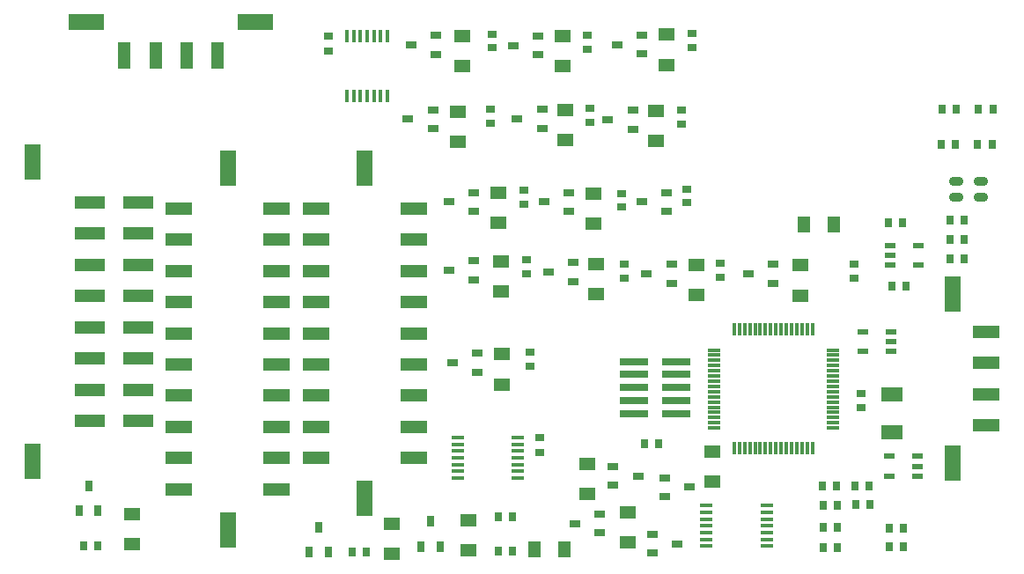
<source format=gtp>
G04 Layer_Color=8421504*
%FSLAX44Y44*%
%MOMM*%
G71*
G01*
G75*
%ADD10R,1.6500X3.4300*%
%ADD11R,2.5400X1.2700*%
%ADD12R,0.9500X0.7500*%
%ADD13R,1.2600X0.3600*%
%ADD14R,1.6000X1.2000*%
%ADD15R,1.0000X0.6500*%
%ADD16R,0.8000X0.9500*%
%ADD17R,1.0000X0.6000*%
%ADD18R,2.8000X0.7500*%
%ADD19R,1.6500X3.4300*%
%ADD20R,1.2700X2.5400*%
%ADD21R,3.4300X1.6500*%
%ADD22R,0.7500X0.9500*%
%ADD23R,2.1500X1.4500*%
%ADD24R,0.9500X0.8000*%
%ADD25R,0.3000X1.2000*%
%ADD26R,1.2000X0.3000*%
%ADD27O,1.4000X0.9000*%
%ADD28R,0.6500X1.0000*%
%ADD29R,0.3600X1.2600*%
%ADD30R,1.2000X1.6000*%
%ADD31R,2.9200X1.2700*%
D10*
X495200Y292950D02*
D03*
Y640850D02*
D03*
X626950Y322950D02*
D03*
Y640850D02*
D03*
X307850Y646600D02*
D03*
Y358700D02*
D03*
D11*
X448200Y331900D02*
D03*
Y361900D02*
D03*
Y391900D02*
D03*
Y421900D02*
D03*
Y451900D02*
D03*
Y481900D02*
D03*
Y511900D02*
D03*
Y541900D02*
D03*
Y571900D02*
D03*
Y601900D02*
D03*
X542200Y331900D02*
D03*
Y361900D02*
D03*
Y391900D02*
D03*
Y421900D02*
D03*
Y451900D02*
D03*
Y481900D02*
D03*
Y511900D02*
D03*
Y541900D02*
D03*
Y571900D02*
D03*
Y601900D02*
D03*
X1224450Y483150D02*
D03*
Y453150D02*
D03*
Y423150D02*
D03*
Y393150D02*
D03*
X579950Y361900D02*
D03*
Y391900D02*
D03*
Y421900D02*
D03*
Y451900D02*
D03*
Y481900D02*
D03*
Y511900D02*
D03*
Y541900D02*
D03*
Y571900D02*
D03*
Y601900D02*
D03*
X673950Y361900D02*
D03*
Y391900D02*
D03*
Y421900D02*
D03*
Y451900D02*
D03*
Y481900D02*
D03*
Y511900D02*
D03*
Y541900D02*
D03*
Y571900D02*
D03*
Y601900D02*
D03*
D12*
X795250Y367000D02*
D03*
Y381500D02*
D03*
X591750Y753250D02*
D03*
Y767750D02*
D03*
D13*
X716000Y381500D02*
D03*
Y375000D02*
D03*
Y368500D02*
D03*
Y362000D02*
D03*
Y355500D02*
D03*
Y349000D02*
D03*
Y342500D02*
D03*
X774000Y381500D02*
D03*
Y375000D02*
D03*
Y368500D02*
D03*
Y362000D02*
D03*
Y355500D02*
D03*
Y349000D02*
D03*
Y342500D02*
D03*
X955250Y316250D02*
D03*
Y309750D02*
D03*
Y303250D02*
D03*
Y296750D02*
D03*
Y290250D02*
D03*
Y283750D02*
D03*
Y277250D02*
D03*
X1013250Y316250D02*
D03*
Y309750D02*
D03*
Y303250D02*
D03*
Y296750D02*
D03*
Y290250D02*
D03*
Y283750D02*
D03*
Y277250D02*
D03*
D14*
X403500Y307750D02*
D03*
Y278750D02*
D03*
X880000Y309750D02*
D03*
Y280750D02*
D03*
X961500Y368250D02*
D03*
Y339250D02*
D03*
X716500Y695000D02*
D03*
Y666000D02*
D03*
X721000Y767500D02*
D03*
Y738500D02*
D03*
X817500Y767500D02*
D03*
Y738500D02*
D03*
X917250Y769000D02*
D03*
Y740000D02*
D03*
X819750Y696500D02*
D03*
Y667500D02*
D03*
X906500Y696000D02*
D03*
Y667000D02*
D03*
X755250Y617250D02*
D03*
Y588250D02*
D03*
X847000Y616250D02*
D03*
Y587250D02*
D03*
X757500Y550750D02*
D03*
Y521750D02*
D03*
X849750Y548250D02*
D03*
Y519250D02*
D03*
X945500Y547500D02*
D03*
Y518500D02*
D03*
X759000Y461750D02*
D03*
Y432750D02*
D03*
X1045500Y547250D02*
D03*
Y518250D02*
D03*
X652500Y298500D02*
D03*
Y269500D02*
D03*
X841250Y356000D02*
D03*
Y327000D02*
D03*
X726750Y273250D02*
D03*
Y302250D02*
D03*
D15*
X799500Y608250D02*
D03*
X823500Y617250D02*
D03*
Y599250D02*
D03*
X865750Y353500D02*
D03*
Y335500D02*
D03*
X889750Y344500D02*
D03*
X903500Y288500D02*
D03*
Y270500D02*
D03*
X927500Y279500D02*
D03*
X939500Y333750D02*
D03*
X915500Y324750D02*
D03*
Y342750D02*
D03*
X852750Y290000D02*
D03*
Y308000D02*
D03*
X828750Y299000D02*
D03*
X692500Y678750D02*
D03*
Y696750D02*
D03*
X668500Y687750D02*
D03*
X671500Y759250D02*
D03*
X695500Y768250D02*
D03*
Y750250D02*
D03*
X793750Y749500D02*
D03*
Y767500D02*
D03*
X769750Y758500D02*
D03*
X869750Y759500D02*
D03*
X893750Y768500D02*
D03*
Y750500D02*
D03*
X797500Y679000D02*
D03*
Y697000D02*
D03*
X773500Y688000D02*
D03*
X860750Y687250D02*
D03*
X884750Y696250D02*
D03*
Y678250D02*
D03*
X731750Y599250D02*
D03*
Y617250D02*
D03*
X707750Y608250D02*
D03*
X917500Y599250D02*
D03*
Y617250D02*
D03*
X893500Y608250D02*
D03*
X707750Y542500D02*
D03*
X731750Y551500D02*
D03*
Y533500D02*
D03*
X827250Y531750D02*
D03*
Y549750D02*
D03*
X803250Y540750D02*
D03*
X898000Y539000D02*
D03*
X922000Y548000D02*
D03*
Y530000D02*
D03*
X1019750D02*
D03*
Y548000D02*
D03*
X995750Y539000D02*
D03*
X711250Y453500D02*
D03*
X735250Y462500D02*
D03*
Y444500D02*
D03*
D16*
X1144250Y588250D02*
D03*
X1130750D02*
D03*
X1133500Y527500D02*
D03*
X1147000D02*
D03*
X1145000Y294750D02*
D03*
X1131500D02*
D03*
X1145000Y276750D02*
D03*
X1131500D02*
D03*
X1081250Y276000D02*
D03*
X1067750D02*
D03*
X1081250Y295000D02*
D03*
X1067750D02*
D03*
X1112000Y335250D02*
D03*
X1098500D02*
D03*
X1112250Y317250D02*
D03*
X1098750D02*
D03*
X1081250Y316250D02*
D03*
X1067750D02*
D03*
X1080500Y335250D02*
D03*
X1067000D02*
D03*
X1181750Y697000D02*
D03*
X1195250D02*
D03*
X1181500Y663250D02*
D03*
X1195000D02*
D03*
X1203000Y571750D02*
D03*
X1189500D02*
D03*
X1203000Y590750D02*
D03*
X1189500D02*
D03*
Y553250D02*
D03*
X1203000D02*
D03*
X615000Y271750D02*
D03*
X628500D02*
D03*
X896250Y375750D02*
D03*
X909750D02*
D03*
X755000Y305750D02*
D03*
X768500D02*
D03*
Y272250D02*
D03*
X755000D02*
D03*
X370000Y277250D02*
D03*
X356500D02*
D03*
D17*
X1159250Y566250D02*
D03*
Y547250D02*
D03*
X1132250D02*
D03*
Y556750D02*
D03*
Y566250D02*
D03*
X1133000Y464500D02*
D03*
Y474000D02*
D03*
Y483500D02*
D03*
X1106000D02*
D03*
Y464500D02*
D03*
X1158500Y344500D02*
D03*
Y354000D02*
D03*
Y363500D02*
D03*
X1131500D02*
D03*
Y344500D02*
D03*
D18*
X885750Y454751D02*
D03*
Y442251D02*
D03*
Y429751D02*
D03*
Y417251D02*
D03*
Y404751D02*
D03*
X926750Y454751D02*
D03*
Y442251D02*
D03*
Y429751D02*
D03*
Y417251D02*
D03*
Y404751D02*
D03*
D19*
X1192450Y356800D02*
D03*
Y519500D02*
D03*
D20*
X485650Y749050D02*
D03*
X455650D02*
D03*
X425650D02*
D03*
X395650D02*
D03*
D21*
X359300Y781050D02*
D03*
X522000D02*
D03*
D22*
X1216500Y697000D02*
D03*
X1231000D02*
D03*
X1216250Y663250D02*
D03*
X1230750D02*
D03*
D23*
X1133500Y386250D02*
D03*
Y423250D02*
D03*
D24*
X1104000Y410750D02*
D03*
Y424250D02*
D03*
X747750Y697250D02*
D03*
Y683750D02*
D03*
X749500Y769750D02*
D03*
Y756250D02*
D03*
X841000Y768500D02*
D03*
Y755000D02*
D03*
X941750Y770000D02*
D03*
Y756500D02*
D03*
X843250Y684500D02*
D03*
Y698000D02*
D03*
X931500Y696500D02*
D03*
Y683000D02*
D03*
X780000Y619500D02*
D03*
Y606000D02*
D03*
X874250Y616500D02*
D03*
Y603000D02*
D03*
X936250Y620750D02*
D03*
Y607250D02*
D03*
X782750Y552250D02*
D03*
Y538750D02*
D03*
X876750Y548500D02*
D03*
Y535000D02*
D03*
X969000Y549500D02*
D03*
Y536000D02*
D03*
X785750Y464000D02*
D03*
Y450500D02*
D03*
X1097750Y548750D02*
D03*
Y535250D02*
D03*
D25*
X1057250Y371000D02*
D03*
X1052250D02*
D03*
X1047250D02*
D03*
X1042250D02*
D03*
X1037250D02*
D03*
X1032250D02*
D03*
X1027250D02*
D03*
X1022250D02*
D03*
X1017250D02*
D03*
X1012250D02*
D03*
X1007250D02*
D03*
X1002250D02*
D03*
X997250D02*
D03*
X992250D02*
D03*
X987250D02*
D03*
X982250D02*
D03*
Y485500D02*
D03*
X987250D02*
D03*
X992250D02*
D03*
X997250D02*
D03*
X1002250D02*
D03*
X1007250D02*
D03*
X1012250D02*
D03*
X1017250D02*
D03*
X1022250D02*
D03*
X1027250D02*
D03*
X1032250D02*
D03*
X1037250D02*
D03*
X1042250D02*
D03*
X1047250D02*
D03*
X1052250D02*
D03*
X1057250D02*
D03*
D26*
X962500Y390750D02*
D03*
Y395750D02*
D03*
Y400750D02*
D03*
Y405750D02*
D03*
Y410750D02*
D03*
Y415750D02*
D03*
Y420750D02*
D03*
Y425750D02*
D03*
Y430750D02*
D03*
Y435750D02*
D03*
Y440750D02*
D03*
Y445750D02*
D03*
Y450750D02*
D03*
Y455750D02*
D03*
Y460750D02*
D03*
Y465750D02*
D03*
X1077000D02*
D03*
Y460750D02*
D03*
Y455750D02*
D03*
Y450750D02*
D03*
Y445750D02*
D03*
Y440750D02*
D03*
Y435750D02*
D03*
Y430750D02*
D03*
Y425750D02*
D03*
Y420750D02*
D03*
Y415750D02*
D03*
Y410750D02*
D03*
Y405750D02*
D03*
Y400750D02*
D03*
Y395750D02*
D03*
Y390750D02*
D03*
D27*
X1196000Y628000D02*
D03*
Y613000D02*
D03*
X1219000Y628000D02*
D03*
Y613000D02*
D03*
D28*
X361250Y335250D02*
D03*
X370250Y311250D02*
D03*
X352250D02*
D03*
X681250Y276750D02*
D03*
X699250D02*
D03*
X690250Y300750D02*
D03*
X582750Y295250D02*
D03*
X591750Y271250D02*
D03*
X573750D02*
D03*
D29*
X609750Y709750D02*
D03*
X616250D02*
D03*
X622750D02*
D03*
X629250D02*
D03*
X635750D02*
D03*
X642250D02*
D03*
X648750D02*
D03*
X609750Y767750D02*
D03*
X616250D02*
D03*
X622750D02*
D03*
X629250D02*
D03*
X635750D02*
D03*
X642250D02*
D03*
X648750D02*
D03*
D30*
X1048750Y586250D02*
D03*
X1077750D02*
D03*
X819250Y274250D02*
D03*
X790250D02*
D03*
D31*
X408850Y607650D02*
D03*
Y577650D02*
D03*
Y547650D02*
D03*
Y517650D02*
D03*
Y487650D02*
D03*
Y457650D02*
D03*
Y427650D02*
D03*
Y397650D02*
D03*
X362650Y607650D02*
D03*
Y577650D02*
D03*
Y547650D02*
D03*
Y517650D02*
D03*
Y487650D02*
D03*
Y457650D02*
D03*
Y427650D02*
D03*
Y397650D02*
D03*
M02*

</source>
